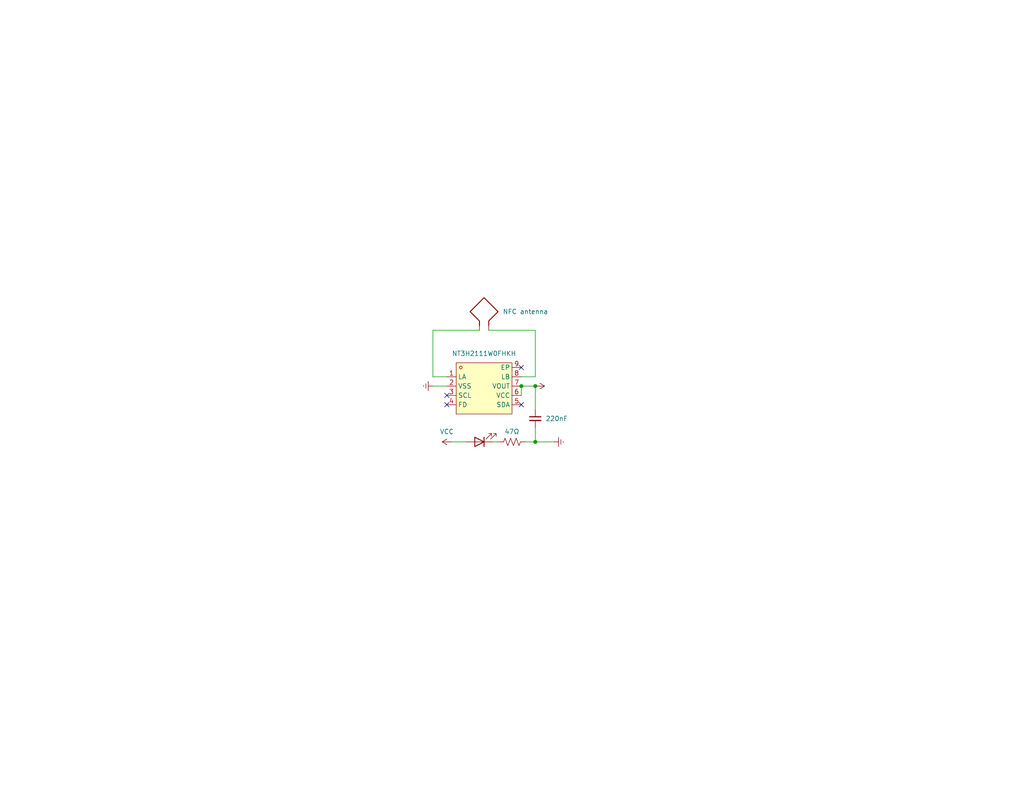
<source format=kicad_sch>
(kicad_sch (version 20231120) (generator "eeschema") (generator_version "8.0")
  (paper "USLetter")
  (lib_symbols
    (symbol "Device:Antenna_Loop" (pin_numbers hide) (pin_names (offset 1.016) hide)
      (property "Reference" "AE" (at 1.27 6.35 0))
      (property "Value" "Antenna_Loop" (at 1.27 5.08 0))
      (symbol "Antenna_Loop_0_1"
        (polyline (pts (xy 2.54 -3.81) (xy 2.54 -2.54) (xy 5.08 0) (xy 1.27 3.81) (xy -2.54 0) (xy 0 -2.54) (xy 0 -3.81)) (stroke (width 0.254)))
      )
      (symbol "Antenna_Loop_1_1"
        (pin input line (at 0 -5.08 90) (length 2.54) (name "~") (number "1"))
        (pin input line (at 2.54 -5.08 90) (length 2.54) (name "~") (number "2"))
      )
    )
    (symbol "Device:C_Small" (pin_numbers hide) (pin_names (offset 0.254) hide)
      (property "Reference" "C" (at 0.254 1.778 0))
      (property "Value" "C_Small" (at 0.254 -2.032 0))
      (symbol "C_Small_0_1"
        (polyline (pts (xy -1.524 -0.508) (xy 1.524 -0.508)) (stroke (width 0.3302)))
        (polyline (pts (xy -1.524 0.508) (xy 1.524 0.508)) (stroke (width 0.3048)))
      )
      (symbol "C_Small_1_1"
        (pin passive line (at 0 2.54 270) (length 2.032) (name "~") (number "1"))
        (pin passive line (at 0 -2.54 90) (length 2.032) (name "~") (number "2"))
      )
    )
    (symbol "Device:LED" (pin_numbers hide) (pin_names (offset 1.016) hide)
      (property "Reference" "D" (at 0 2.54 0))
      (property "Value" "LED" (at 0 -2.54 0))
      (symbol "LED_0_1"
        (polyline (pts (xy -1.27 -1.27) (xy -1.27 1.27)) (stroke (width 0.254)))
        (polyline (pts (xy -1.27 0) (xy 1.27 0)))
        (polyline (pts (xy 1.27 -1.27) (xy 1.27 1.27) (xy -1.27 0) (xy 1.27 -1.27)) (stroke (width 0.254)))
        (polyline (pts (xy -3.048 -0.762) (xy -4.572 -2.286) (xy -3.81 -2.286) (xy -4.572 -2.286) (xy -4.572 -1.524)))
        (polyline (pts (xy -1.778 -0.762) (xy -3.302 -2.286) (xy -2.54 -2.286) (xy -3.302 -2.286) (xy -3.302 -1.524)))
      )
      (symbol "LED_1_1"
        (pin passive line (at -3.81 0 0) (length 2.54) (name "K") (number "1"))
        (pin passive line (at 3.81 0 180) (length 2.54) (name "A") (number "2"))
      )
    )
    (symbol "Device:R_US" (pin_numbers hide) (pin_names (offset 0))
      (property "Reference" "R" (at 2.54 0 90))
      (property "Value" "R_US" (at -2.54 0 90))
      (symbol "R_US_0_1"
        (polyline (pts (xy 0 -2.286) (xy 0 -2.54)))
        (polyline (pts (xy 0 2.286) (xy 0 2.54)))
        (polyline (pts (xy 0 -0.762) (xy 1.016 -1.143) (xy 0 -1.524) (xy -1.016 -1.905) (xy 0 -2.286)))
        (polyline (pts (xy 0 0.762) (xy 1.016 0.381) (xy 0 0) (xy -1.016 -0.381) (xy 0 -0.762)))
        (polyline (pts (xy 0 2.286) (xy 1.016 1.905) (xy 0 1.524) (xy -1.016 1.143) (xy 0 0.762)))
      )
      (symbol "R_US_1_1"
        (pin passive line (at 0 3.81 270) (length 1.27) (name "~") (number "1"))
        (pin passive line (at 0 -3.81 90) (length 1.27) (name "~") (number "2"))
      )
    )
    (symbol "lcsc:NT3H2111W0FHKH"
      (property "Reference" "U" (at 0 11.43 0))
      (property "Value" "NT3H2111W0FHKH" (at 0 -8.89 0))
      (symbol "NT3H2111W0FHKH_0_1"
        (rectangle (start -7.62 7.62) (end 7.62 -6.35) (fill (type background)))
        (circle (center -6.35 6.35) (radius 0.38))
        (pin unspecified line (at -10.16 3.81 0) (length 2.54) (name "LA") (number "1"))
        (pin unspecified line (at -10.16 1.27 0) (length 2.54) (name "VSS") (number "2"))
        (pin unspecified line (at -10.16 -1.27 0) (length 2.54) (name "SCL") (number "3"))
        (pin unspecified line (at -10.16 -3.81 0) (length 2.54) (name "FD") (number "4"))
        (pin unspecified line (at 10.16 -3.81 180) (length 2.54) (name "SDA") (number "5"))
        (pin unspecified line (at 10.16 -1.27 180) (length 2.54) (name "VCC") (number "6"))
        (pin unspecified line (at 10.16 1.27 180) (length 2.54) (name "VOUT") (number "7"))
        (pin unspecified line (at 10.16 3.81 180) (length 2.54) (name "LB") (number "8"))
        (pin unspecified line (at 10.16 6.35 180) (length 2.54) (name "EP") (number "9"))
      )
    )
    (symbol "power:Earth" (power) (pin_numbers hide) (pin_names (offset 0) hide)
      (property "Value" "Earth" (at 0 -3.81 0))
      (symbol "Earth_0_1"
        (polyline (pts (xy -0.635 -1.905) (xy 0.635 -1.905)))
        (polyline (pts (xy -0.127 -2.54) (xy 0.127 -2.54)))
        (polyline (pts (xy 0 -1.27) (xy 0 0)))
        (polyline (pts (xy 1.27 -1.27) (xy -1.27 -1.27)))
      )
      (symbol "Earth_1_1"
        (pin power_in line (at 0 0 270) (length 0) (name "~") (number "1"))
      )
    )
    (symbol "power:VCC" (power) (pin_numbers hide) (pin_names (offset 0) hide)
      (property "Value" "VCC" (at 0 3.556 0))
      (symbol "VCC_0_1"
        (polyline (pts (xy -0.762 1.27) (xy 0 2.54)))
        (polyline (pts (xy 0 0) (xy 0 2.54)))
        (polyline (pts (xy 0 2.54) (xy 0.762 1.27)))
      )
      (symbol "VCC_1_1"
        (pin power_in line (at 0 0 90) (length 0) (name "~") (number "1"))
      )
    )
  )
  (junction (at 142.24 105.41))
  (junction (at 146.05 120.65))
  (junction (at 146.05 105.41))
  (no_connect (at 142.24 100.33))
  (no_connect (at 121.92 110.49))
  (no_connect (at 142.24 110.49))
  (no_connect (at 121.92 107.95))
  (wire (pts (xy 118.11 90.17) (xy 118.11 102.87)))
  (wire (pts (xy 142.24 105.41) (xy 142.24 107.95)))
  (wire (pts (xy 146.05 105.41) (xy 146.05 111.76)))
  (wire (pts (xy 146.05 102.87) (xy 142.24 102.87)))
  (wire (pts (xy 123.19 120.65) (xy 127 120.65)))
  (wire (pts (xy 118.11 105.41) (xy 121.92 105.41)))
  (wire (pts (xy 146.05 90.17) (xy 146.05 102.87)))
  (wire (pts (xy 143.51 120.65) (xy 146.05 120.65)))
  (wire (pts (xy 118.11 102.87) (xy 121.92 102.87)))
  (wire (pts (xy 133.35 90.17) (xy 146.05 90.17)))
  (wire (pts (xy 134.62 120.65) (xy 135.89 120.65)))
  (wire (pts (xy 146.05 120.65) (xy 151.13 120.65)))
  (wire (pts (xy 146.05 116.84) (xy 146.05 120.65)))
  (wire (pts (xy 146.05 105.41) (xy 142.24 105.41)))
  (wire (pts (xy 130.81 90.17) (xy 118.11 90.17)))
  (symbol (lib_id "Device:LED") (at 130.81 120.65 180) (unit 1)
    (property "Reference" "D1" (effects (hide yes)))
    (property "Value" "LED" (effects (hide yes)))
    (property "Footprint" "LED_SMD:LED_0603_1608Metric_Pad1.05x0.95mm_HandSolder" (effects (hide yes)))
    (property "Description" "Light emitting diode" (effects (hide yes)))
  )
  (symbol (lib_id "lcsc:NT3H2111W0FHKH") (at 132.08 106.68 0) (unit 1)
    (property "Reference" "U1" (effects (hide yes)))
    (property "Value" "NT3H2111W0FHKH" (at 132.08 96.52 0))
    (property "Footprint" "lcsc:XQFN-8_L1.6-W1.6-P0.50-BL" (effects (hide yes)))
    (property "LCSC Part" "C710403" (effects (hide yes)))
  )
  (symbol (lib_id "power:VCC") (at 146.05 105.41 270) (unit 1)
    (property "Reference" "#PWR02" (effects (hide yes)))
    (property "Value" "VCC" (effects (hide yes)))
    (property "Description" "Power symbol creates a global label with name \"VCC\"" (effects (hide yes)))
  )
  (symbol (lib_id "Device:R_US") (at 139.7 120.65 90) (unit 1)
    (property "Reference" "R1" (effects (hide yes)))
    (property "Value" "47Ω" (at 141.732 117.856 90) (effects (justify left)))
    (property "Footprint" "Resistor_SMD:R_0603_1608Metric_Pad0.98x0.95mm_HandSolder" (effects (hide yes)))
    (property "Description" "Resistor, US symbol" (effects (hide yes)))
  )
  (symbol (lib_id "power:Earth") (at 118.11 105.41 270) (unit 1)
    (property "Reference" "#PWR07" (effects (hide yes)))
    (property "Value" "Earth" (effects (hide yes)))
    (property "Description" "Power symbol creates a global label with name \"Earth\"" (effects (hide yes)))
  )
  (symbol (lib_id "power:Earth") (at 151.13 120.65 90) (unit 1)
    (property "Reference" "#PWR01" (effects (hide yes)))
    (property "Value" "Earth" (effects (hide yes)))
    (property "Description" "Power symbol creates a global label with name \"Earth\"" (effects (hide yes)))
  )
  (symbol (lib_id "power:VCC") (at 123.19 120.65 90) (unit 1)
    (property "Reference" "#PWR05" (effects (hide yes)))
    (property "Value" "VCC" (at 121.92 117.856 90))
    (property "Description" "Power symbol creates a global label with name \"VCC\"" (effects (hide yes)))
  )
  (symbol (lib_id "Device:C_Small") (at 146.05 114.3 0) (unit 1)
    (property "Reference" "C1" (effects (hide yes)))
    (property "Value" "220nF" (at 148.844 114.3 0) (effects (justify left)))
    (property "Footprint" "Capacitor_SMD:C_0603_1608Metric_Pad1.08x0.95mm_HandSolder" (effects (hide yes)))
    (property "Description" "Unpolarized capacitor, small symbol" (effects (hide yes)))
  )
  (symbol (lib_id "Device:Antenna_Loop") (at 130.81 85.09 0) (unit 1)
    (property "Reference" "AE1" (effects (hide yes)))
    (property "Value" "NFC antenna" (at 137.16 85.09 0) (effects (justify left)))
    (property "Footprint" "nfc_ant:nfc_ant" (effects (hide yes)))
    (property "Description" "Loop antenna" (effects (hide yes)))
  )
)
</source>
